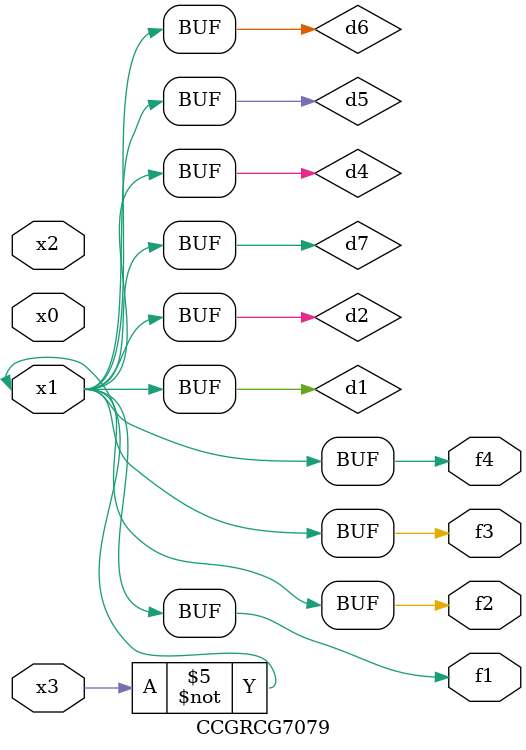
<source format=v>
module CCGRCG7079(
	input x0, x1, x2, x3,
	output f1, f2, f3, f4
);

	wire d1, d2, d3, d4, d5, d6, d7;

	not (d1, x3);
	buf (d2, x1);
	xnor (d3, d1, d2);
	nor (d4, d1);
	buf (d5, d1, d2);
	buf (d6, d4, d5);
	nand (d7, d4);
	assign f1 = d6;
	assign f2 = d7;
	assign f3 = d6;
	assign f4 = d6;
endmodule

</source>
